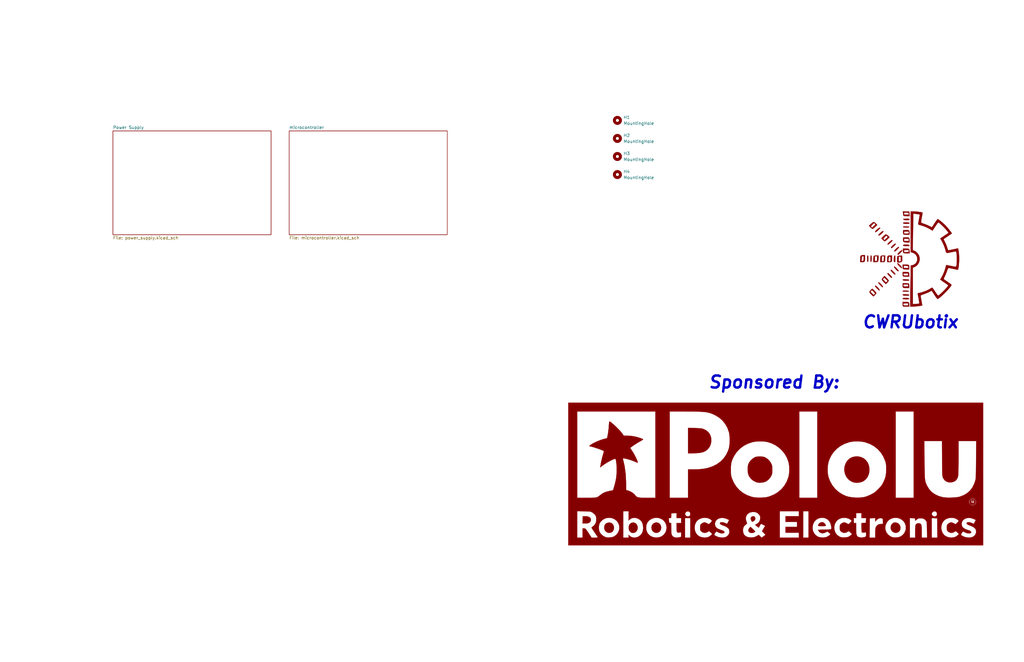
<source format=kicad_sch>
(kicad_sch (version 20211123) (generator eeschema)
  (paper "B")
  (lib_symbols
    (symbol "LOGO_cwrubotix:LOGO" (pin_names (offset 1.016)))
    (symbol "LOGO_pololu:LOGO" (pin_names (offset 1.016)))
    (symbol "Mechanical:MountingHole" (pin_names (offset 1.016))
      (property "Reference" "H" (at 0 5.08 0))
      (property "Value" "MountingHole" (at 0 3.175 0))
    )
  )
  (text "Sponsored By:" (at 298.45 164.465 0) (effects (font (size 5.08 5.08) (thickness 1.016) bold italic) (justify left bottom)))
  (text "CWRUbotix" (at 363.22 139.065 0) (effects (font (size 5.08 5.08) (thickness 1.016) bold italic) (justify left bottom)))
  (symbol (lib_id "Mechanical:MountingHole") (at 260.35 73.66 0) (unit 1)
    (property "Reference" "H4" (at 262.89 72.3899 0) (effects (justify left)))
    (property "Value" "MountingHole" (at 262.89 74.9299 0) (effects (justify left)))
    (property "Footprint" "MountingHole:MountingHole_3.2mm_M3" (effects hide))
  )
  (symbol (lib_id "LOGO_cwrubotix:LOGO") (at 383.54 109.22 0) (unit 1) (in_bom no)
    (property "Reference" "#G2" (effects hide))
    (property "Value" "LOGO" (effects hide))
    (property "Footprint" "custom_footprints:LOGO_cwrubotix" (effects hide))
  )
  (symbol (lib_id "Mechanical:MountingHole") (at 260.35 66.04 0) (unit 1)
    (property "Reference" "H3" (at 262.89 64.7699 0) (effects (justify left)))
    (property "Value" "MountingHole" (at 262.89 67.3099 0) (effects (justify left)))
    (property "Footprint" "MountingHole:MountingHole_3.2mm_M3" (effects hide))
  )
  (symbol (lib_id "Mechanical:MountingHole") (at 260.35 50.8 0) (unit 1)
    (property "Reference" "H1" (at 262.89 49.5299 0) (effects (justify left)))
    (property "Value" "MountingHole" (at 262.89 52.0699 0) (effects (justify left)))
    (property "Footprint" "MountingHole:MountingHole_3.2mm_M3" (effects hide))
  )
  (symbol (lib_id "Mechanical:MountingHole") (at 260.35 58.42 0) (unit 1)
    (property "Reference" "H2" (at 262.89 57.1499 0) (effects (justify left)))
    (property "Value" "MountingHole" (at 262.89 59.6899 0) (effects (justify left)))
    (property "Footprint" "MountingHole:MountingHole_3.2mm_M3" (effects hide))
  )
  (symbol (lib_id "LOGO_pololu:LOGO") (at 327.025 200.025 0) (unit 1)
    (property "Reference" "#G1" (effects hide))
    (property "Value" "LOGO" (effects hide))
    (property "Footprint" "custom_footprints:LOGO_pololu" (effects hide))
  )
  (sheet (at 121.92 55.245) (size 66.675 43.815) (stroke (width 0.1524))
    (property "Sheet name" "microcontroller" (at 121.92 54.5334 0) (effects (justify left bottom)))
    (property "Sheet file" "microcontroller.kicad_sch" (at 121.92 99.6446 0) (effects (justify left top)))
  )
  (sheet (at 47.625 55.245) (size 66.675 43.815) (stroke (width 0.1524))
    (property "Sheet name" "Power Supply" (at 47.625 54.5334 0) (effects (justify left bottom)))
    (property "Sheet file" "power_supply.kicad_sch" (at 47.625 99.6446 0) (effects (justify left top)))
  )
)
</source>
